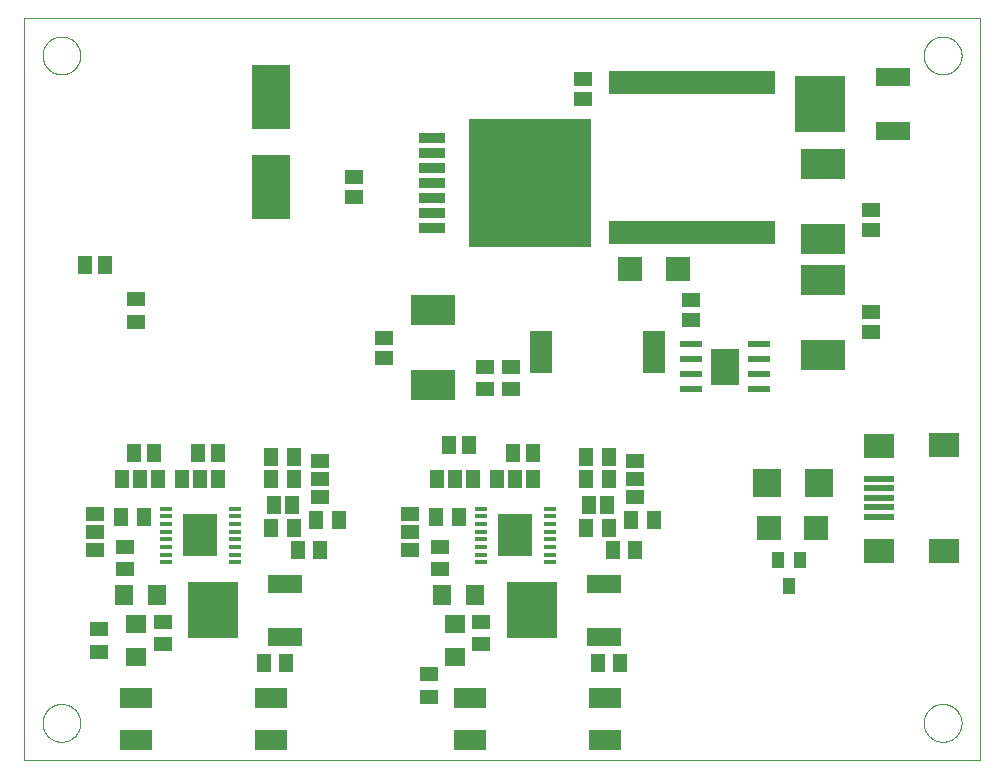
<source format=gtp>
G75*
%MOIN*%
%OFA0B0*%
%FSLAX25Y25*%
%IPPOS*%
%LPD*%
%AMOC8*
5,1,8,0,0,1.08239X$1,22.5*
%
%ADD10C,0.00000*%
%ADD11R,0.06299X0.07087*%
%ADD12R,0.05118X0.05906*%
%ADD13R,0.07087X0.06299*%
%ADD14R,0.05906X0.05118*%
%ADD15R,0.15000X0.10000*%
%ADD16R,0.12598X0.21654*%
%ADD17R,0.11000X0.07000*%
%ADD18R,0.11811X0.06299*%
%ADD19R,0.16500X0.19000*%
%ADD20R,0.07874X0.07874*%
%ADD21R,0.09449X0.09449*%
%ADD22R,0.03900X0.01200*%
%ADD23R,0.11575X0.14094*%
%ADD24R,0.40984X0.42520*%
%ADD25R,0.08504X0.03583*%
%ADD26R,0.07520X0.02402*%
%ADD27R,0.09488X0.12205*%
%ADD28C,0.00073*%
%ADD29R,0.07283X0.14016*%
%ADD30R,0.03937X0.05512*%
%ADD31R,0.04600X0.06300*%
%ADD32R,0.06300X0.04600*%
%ADD33R,0.09843X0.07874*%
%ADD34R,0.09843X0.01969*%
D10*
X0077433Y0110435D02*
X0077433Y0357895D01*
X0396134Y0357895D01*
X0396134Y0110435D01*
X0077433Y0110435D01*
X0083634Y0122935D02*
X0083636Y0123093D01*
X0083642Y0123251D01*
X0083652Y0123409D01*
X0083666Y0123567D01*
X0083684Y0123724D01*
X0083705Y0123881D01*
X0083731Y0124037D01*
X0083761Y0124193D01*
X0083794Y0124348D01*
X0083832Y0124501D01*
X0083873Y0124654D01*
X0083918Y0124806D01*
X0083967Y0124957D01*
X0084020Y0125106D01*
X0084076Y0125254D01*
X0084136Y0125400D01*
X0084200Y0125545D01*
X0084268Y0125688D01*
X0084339Y0125830D01*
X0084413Y0125970D01*
X0084491Y0126107D01*
X0084573Y0126243D01*
X0084657Y0126377D01*
X0084746Y0126508D01*
X0084837Y0126637D01*
X0084932Y0126764D01*
X0085029Y0126889D01*
X0085130Y0127011D01*
X0085234Y0127130D01*
X0085341Y0127247D01*
X0085451Y0127361D01*
X0085564Y0127472D01*
X0085679Y0127581D01*
X0085797Y0127686D01*
X0085918Y0127788D01*
X0086041Y0127888D01*
X0086167Y0127984D01*
X0086295Y0128077D01*
X0086425Y0128167D01*
X0086558Y0128253D01*
X0086693Y0128337D01*
X0086829Y0128416D01*
X0086968Y0128493D01*
X0087109Y0128565D01*
X0087251Y0128635D01*
X0087395Y0128700D01*
X0087541Y0128762D01*
X0087688Y0128820D01*
X0087837Y0128875D01*
X0087987Y0128926D01*
X0088138Y0128973D01*
X0088290Y0129016D01*
X0088443Y0129055D01*
X0088598Y0129091D01*
X0088753Y0129122D01*
X0088909Y0129150D01*
X0089065Y0129174D01*
X0089222Y0129194D01*
X0089380Y0129210D01*
X0089537Y0129222D01*
X0089696Y0129230D01*
X0089854Y0129234D01*
X0090012Y0129234D01*
X0090170Y0129230D01*
X0090329Y0129222D01*
X0090486Y0129210D01*
X0090644Y0129194D01*
X0090801Y0129174D01*
X0090957Y0129150D01*
X0091113Y0129122D01*
X0091268Y0129091D01*
X0091423Y0129055D01*
X0091576Y0129016D01*
X0091728Y0128973D01*
X0091879Y0128926D01*
X0092029Y0128875D01*
X0092178Y0128820D01*
X0092325Y0128762D01*
X0092471Y0128700D01*
X0092615Y0128635D01*
X0092757Y0128565D01*
X0092898Y0128493D01*
X0093037Y0128416D01*
X0093173Y0128337D01*
X0093308Y0128253D01*
X0093441Y0128167D01*
X0093571Y0128077D01*
X0093699Y0127984D01*
X0093825Y0127888D01*
X0093948Y0127788D01*
X0094069Y0127686D01*
X0094187Y0127581D01*
X0094302Y0127472D01*
X0094415Y0127361D01*
X0094525Y0127247D01*
X0094632Y0127130D01*
X0094736Y0127011D01*
X0094837Y0126889D01*
X0094934Y0126764D01*
X0095029Y0126637D01*
X0095120Y0126508D01*
X0095209Y0126377D01*
X0095293Y0126243D01*
X0095375Y0126107D01*
X0095453Y0125970D01*
X0095527Y0125830D01*
X0095598Y0125688D01*
X0095666Y0125545D01*
X0095730Y0125400D01*
X0095790Y0125254D01*
X0095846Y0125106D01*
X0095899Y0124957D01*
X0095948Y0124806D01*
X0095993Y0124654D01*
X0096034Y0124501D01*
X0096072Y0124348D01*
X0096105Y0124193D01*
X0096135Y0124037D01*
X0096161Y0123881D01*
X0096182Y0123724D01*
X0096200Y0123567D01*
X0096214Y0123409D01*
X0096224Y0123251D01*
X0096230Y0123093D01*
X0096232Y0122935D01*
X0096230Y0122777D01*
X0096224Y0122619D01*
X0096214Y0122461D01*
X0096200Y0122303D01*
X0096182Y0122146D01*
X0096161Y0121989D01*
X0096135Y0121833D01*
X0096105Y0121677D01*
X0096072Y0121522D01*
X0096034Y0121369D01*
X0095993Y0121216D01*
X0095948Y0121064D01*
X0095899Y0120913D01*
X0095846Y0120764D01*
X0095790Y0120616D01*
X0095730Y0120470D01*
X0095666Y0120325D01*
X0095598Y0120182D01*
X0095527Y0120040D01*
X0095453Y0119900D01*
X0095375Y0119763D01*
X0095293Y0119627D01*
X0095209Y0119493D01*
X0095120Y0119362D01*
X0095029Y0119233D01*
X0094934Y0119106D01*
X0094837Y0118981D01*
X0094736Y0118859D01*
X0094632Y0118740D01*
X0094525Y0118623D01*
X0094415Y0118509D01*
X0094302Y0118398D01*
X0094187Y0118289D01*
X0094069Y0118184D01*
X0093948Y0118082D01*
X0093825Y0117982D01*
X0093699Y0117886D01*
X0093571Y0117793D01*
X0093441Y0117703D01*
X0093308Y0117617D01*
X0093173Y0117533D01*
X0093037Y0117454D01*
X0092898Y0117377D01*
X0092757Y0117305D01*
X0092615Y0117235D01*
X0092471Y0117170D01*
X0092325Y0117108D01*
X0092178Y0117050D01*
X0092029Y0116995D01*
X0091879Y0116944D01*
X0091728Y0116897D01*
X0091576Y0116854D01*
X0091423Y0116815D01*
X0091268Y0116779D01*
X0091113Y0116748D01*
X0090957Y0116720D01*
X0090801Y0116696D01*
X0090644Y0116676D01*
X0090486Y0116660D01*
X0090329Y0116648D01*
X0090170Y0116640D01*
X0090012Y0116636D01*
X0089854Y0116636D01*
X0089696Y0116640D01*
X0089537Y0116648D01*
X0089380Y0116660D01*
X0089222Y0116676D01*
X0089065Y0116696D01*
X0088909Y0116720D01*
X0088753Y0116748D01*
X0088598Y0116779D01*
X0088443Y0116815D01*
X0088290Y0116854D01*
X0088138Y0116897D01*
X0087987Y0116944D01*
X0087837Y0116995D01*
X0087688Y0117050D01*
X0087541Y0117108D01*
X0087395Y0117170D01*
X0087251Y0117235D01*
X0087109Y0117305D01*
X0086968Y0117377D01*
X0086829Y0117454D01*
X0086693Y0117533D01*
X0086558Y0117617D01*
X0086425Y0117703D01*
X0086295Y0117793D01*
X0086167Y0117886D01*
X0086041Y0117982D01*
X0085918Y0118082D01*
X0085797Y0118184D01*
X0085679Y0118289D01*
X0085564Y0118398D01*
X0085451Y0118509D01*
X0085341Y0118623D01*
X0085234Y0118740D01*
X0085130Y0118859D01*
X0085029Y0118981D01*
X0084932Y0119106D01*
X0084837Y0119233D01*
X0084746Y0119362D01*
X0084657Y0119493D01*
X0084573Y0119627D01*
X0084491Y0119763D01*
X0084413Y0119900D01*
X0084339Y0120040D01*
X0084268Y0120182D01*
X0084200Y0120325D01*
X0084136Y0120470D01*
X0084076Y0120616D01*
X0084020Y0120764D01*
X0083967Y0120913D01*
X0083918Y0121064D01*
X0083873Y0121216D01*
X0083832Y0121369D01*
X0083794Y0121522D01*
X0083761Y0121677D01*
X0083731Y0121833D01*
X0083705Y0121989D01*
X0083684Y0122146D01*
X0083666Y0122303D01*
X0083652Y0122461D01*
X0083642Y0122619D01*
X0083636Y0122777D01*
X0083634Y0122935D01*
X0083634Y0345435D02*
X0083636Y0345593D01*
X0083642Y0345751D01*
X0083652Y0345909D01*
X0083666Y0346067D01*
X0083684Y0346224D01*
X0083705Y0346381D01*
X0083731Y0346537D01*
X0083761Y0346693D01*
X0083794Y0346848D01*
X0083832Y0347001D01*
X0083873Y0347154D01*
X0083918Y0347306D01*
X0083967Y0347457D01*
X0084020Y0347606D01*
X0084076Y0347754D01*
X0084136Y0347900D01*
X0084200Y0348045D01*
X0084268Y0348188D01*
X0084339Y0348330D01*
X0084413Y0348470D01*
X0084491Y0348607D01*
X0084573Y0348743D01*
X0084657Y0348877D01*
X0084746Y0349008D01*
X0084837Y0349137D01*
X0084932Y0349264D01*
X0085029Y0349389D01*
X0085130Y0349511D01*
X0085234Y0349630D01*
X0085341Y0349747D01*
X0085451Y0349861D01*
X0085564Y0349972D01*
X0085679Y0350081D01*
X0085797Y0350186D01*
X0085918Y0350288D01*
X0086041Y0350388D01*
X0086167Y0350484D01*
X0086295Y0350577D01*
X0086425Y0350667D01*
X0086558Y0350753D01*
X0086693Y0350837D01*
X0086829Y0350916D01*
X0086968Y0350993D01*
X0087109Y0351065D01*
X0087251Y0351135D01*
X0087395Y0351200D01*
X0087541Y0351262D01*
X0087688Y0351320D01*
X0087837Y0351375D01*
X0087987Y0351426D01*
X0088138Y0351473D01*
X0088290Y0351516D01*
X0088443Y0351555D01*
X0088598Y0351591D01*
X0088753Y0351622D01*
X0088909Y0351650D01*
X0089065Y0351674D01*
X0089222Y0351694D01*
X0089380Y0351710D01*
X0089537Y0351722D01*
X0089696Y0351730D01*
X0089854Y0351734D01*
X0090012Y0351734D01*
X0090170Y0351730D01*
X0090329Y0351722D01*
X0090486Y0351710D01*
X0090644Y0351694D01*
X0090801Y0351674D01*
X0090957Y0351650D01*
X0091113Y0351622D01*
X0091268Y0351591D01*
X0091423Y0351555D01*
X0091576Y0351516D01*
X0091728Y0351473D01*
X0091879Y0351426D01*
X0092029Y0351375D01*
X0092178Y0351320D01*
X0092325Y0351262D01*
X0092471Y0351200D01*
X0092615Y0351135D01*
X0092757Y0351065D01*
X0092898Y0350993D01*
X0093037Y0350916D01*
X0093173Y0350837D01*
X0093308Y0350753D01*
X0093441Y0350667D01*
X0093571Y0350577D01*
X0093699Y0350484D01*
X0093825Y0350388D01*
X0093948Y0350288D01*
X0094069Y0350186D01*
X0094187Y0350081D01*
X0094302Y0349972D01*
X0094415Y0349861D01*
X0094525Y0349747D01*
X0094632Y0349630D01*
X0094736Y0349511D01*
X0094837Y0349389D01*
X0094934Y0349264D01*
X0095029Y0349137D01*
X0095120Y0349008D01*
X0095209Y0348877D01*
X0095293Y0348743D01*
X0095375Y0348607D01*
X0095453Y0348470D01*
X0095527Y0348330D01*
X0095598Y0348188D01*
X0095666Y0348045D01*
X0095730Y0347900D01*
X0095790Y0347754D01*
X0095846Y0347606D01*
X0095899Y0347457D01*
X0095948Y0347306D01*
X0095993Y0347154D01*
X0096034Y0347001D01*
X0096072Y0346848D01*
X0096105Y0346693D01*
X0096135Y0346537D01*
X0096161Y0346381D01*
X0096182Y0346224D01*
X0096200Y0346067D01*
X0096214Y0345909D01*
X0096224Y0345751D01*
X0096230Y0345593D01*
X0096232Y0345435D01*
X0096230Y0345277D01*
X0096224Y0345119D01*
X0096214Y0344961D01*
X0096200Y0344803D01*
X0096182Y0344646D01*
X0096161Y0344489D01*
X0096135Y0344333D01*
X0096105Y0344177D01*
X0096072Y0344022D01*
X0096034Y0343869D01*
X0095993Y0343716D01*
X0095948Y0343564D01*
X0095899Y0343413D01*
X0095846Y0343264D01*
X0095790Y0343116D01*
X0095730Y0342970D01*
X0095666Y0342825D01*
X0095598Y0342682D01*
X0095527Y0342540D01*
X0095453Y0342400D01*
X0095375Y0342263D01*
X0095293Y0342127D01*
X0095209Y0341993D01*
X0095120Y0341862D01*
X0095029Y0341733D01*
X0094934Y0341606D01*
X0094837Y0341481D01*
X0094736Y0341359D01*
X0094632Y0341240D01*
X0094525Y0341123D01*
X0094415Y0341009D01*
X0094302Y0340898D01*
X0094187Y0340789D01*
X0094069Y0340684D01*
X0093948Y0340582D01*
X0093825Y0340482D01*
X0093699Y0340386D01*
X0093571Y0340293D01*
X0093441Y0340203D01*
X0093308Y0340117D01*
X0093173Y0340033D01*
X0093037Y0339954D01*
X0092898Y0339877D01*
X0092757Y0339805D01*
X0092615Y0339735D01*
X0092471Y0339670D01*
X0092325Y0339608D01*
X0092178Y0339550D01*
X0092029Y0339495D01*
X0091879Y0339444D01*
X0091728Y0339397D01*
X0091576Y0339354D01*
X0091423Y0339315D01*
X0091268Y0339279D01*
X0091113Y0339248D01*
X0090957Y0339220D01*
X0090801Y0339196D01*
X0090644Y0339176D01*
X0090486Y0339160D01*
X0090329Y0339148D01*
X0090170Y0339140D01*
X0090012Y0339136D01*
X0089854Y0339136D01*
X0089696Y0339140D01*
X0089537Y0339148D01*
X0089380Y0339160D01*
X0089222Y0339176D01*
X0089065Y0339196D01*
X0088909Y0339220D01*
X0088753Y0339248D01*
X0088598Y0339279D01*
X0088443Y0339315D01*
X0088290Y0339354D01*
X0088138Y0339397D01*
X0087987Y0339444D01*
X0087837Y0339495D01*
X0087688Y0339550D01*
X0087541Y0339608D01*
X0087395Y0339670D01*
X0087251Y0339735D01*
X0087109Y0339805D01*
X0086968Y0339877D01*
X0086829Y0339954D01*
X0086693Y0340033D01*
X0086558Y0340117D01*
X0086425Y0340203D01*
X0086295Y0340293D01*
X0086167Y0340386D01*
X0086041Y0340482D01*
X0085918Y0340582D01*
X0085797Y0340684D01*
X0085679Y0340789D01*
X0085564Y0340898D01*
X0085451Y0341009D01*
X0085341Y0341123D01*
X0085234Y0341240D01*
X0085130Y0341359D01*
X0085029Y0341481D01*
X0084932Y0341606D01*
X0084837Y0341733D01*
X0084746Y0341862D01*
X0084657Y0341993D01*
X0084573Y0342127D01*
X0084491Y0342263D01*
X0084413Y0342400D01*
X0084339Y0342540D01*
X0084268Y0342682D01*
X0084200Y0342825D01*
X0084136Y0342970D01*
X0084076Y0343116D01*
X0084020Y0343264D01*
X0083967Y0343413D01*
X0083918Y0343564D01*
X0083873Y0343716D01*
X0083832Y0343869D01*
X0083794Y0344022D01*
X0083761Y0344177D01*
X0083731Y0344333D01*
X0083705Y0344489D01*
X0083684Y0344646D01*
X0083666Y0344803D01*
X0083652Y0344961D01*
X0083642Y0345119D01*
X0083636Y0345277D01*
X0083634Y0345435D01*
X0377384Y0345435D02*
X0377386Y0345593D01*
X0377392Y0345751D01*
X0377402Y0345909D01*
X0377416Y0346067D01*
X0377434Y0346224D01*
X0377455Y0346381D01*
X0377481Y0346537D01*
X0377511Y0346693D01*
X0377544Y0346848D01*
X0377582Y0347001D01*
X0377623Y0347154D01*
X0377668Y0347306D01*
X0377717Y0347457D01*
X0377770Y0347606D01*
X0377826Y0347754D01*
X0377886Y0347900D01*
X0377950Y0348045D01*
X0378018Y0348188D01*
X0378089Y0348330D01*
X0378163Y0348470D01*
X0378241Y0348607D01*
X0378323Y0348743D01*
X0378407Y0348877D01*
X0378496Y0349008D01*
X0378587Y0349137D01*
X0378682Y0349264D01*
X0378779Y0349389D01*
X0378880Y0349511D01*
X0378984Y0349630D01*
X0379091Y0349747D01*
X0379201Y0349861D01*
X0379314Y0349972D01*
X0379429Y0350081D01*
X0379547Y0350186D01*
X0379668Y0350288D01*
X0379791Y0350388D01*
X0379917Y0350484D01*
X0380045Y0350577D01*
X0380175Y0350667D01*
X0380308Y0350753D01*
X0380443Y0350837D01*
X0380579Y0350916D01*
X0380718Y0350993D01*
X0380859Y0351065D01*
X0381001Y0351135D01*
X0381145Y0351200D01*
X0381291Y0351262D01*
X0381438Y0351320D01*
X0381587Y0351375D01*
X0381737Y0351426D01*
X0381888Y0351473D01*
X0382040Y0351516D01*
X0382193Y0351555D01*
X0382348Y0351591D01*
X0382503Y0351622D01*
X0382659Y0351650D01*
X0382815Y0351674D01*
X0382972Y0351694D01*
X0383130Y0351710D01*
X0383287Y0351722D01*
X0383446Y0351730D01*
X0383604Y0351734D01*
X0383762Y0351734D01*
X0383920Y0351730D01*
X0384079Y0351722D01*
X0384236Y0351710D01*
X0384394Y0351694D01*
X0384551Y0351674D01*
X0384707Y0351650D01*
X0384863Y0351622D01*
X0385018Y0351591D01*
X0385173Y0351555D01*
X0385326Y0351516D01*
X0385478Y0351473D01*
X0385629Y0351426D01*
X0385779Y0351375D01*
X0385928Y0351320D01*
X0386075Y0351262D01*
X0386221Y0351200D01*
X0386365Y0351135D01*
X0386507Y0351065D01*
X0386648Y0350993D01*
X0386787Y0350916D01*
X0386923Y0350837D01*
X0387058Y0350753D01*
X0387191Y0350667D01*
X0387321Y0350577D01*
X0387449Y0350484D01*
X0387575Y0350388D01*
X0387698Y0350288D01*
X0387819Y0350186D01*
X0387937Y0350081D01*
X0388052Y0349972D01*
X0388165Y0349861D01*
X0388275Y0349747D01*
X0388382Y0349630D01*
X0388486Y0349511D01*
X0388587Y0349389D01*
X0388684Y0349264D01*
X0388779Y0349137D01*
X0388870Y0349008D01*
X0388959Y0348877D01*
X0389043Y0348743D01*
X0389125Y0348607D01*
X0389203Y0348470D01*
X0389277Y0348330D01*
X0389348Y0348188D01*
X0389416Y0348045D01*
X0389480Y0347900D01*
X0389540Y0347754D01*
X0389596Y0347606D01*
X0389649Y0347457D01*
X0389698Y0347306D01*
X0389743Y0347154D01*
X0389784Y0347001D01*
X0389822Y0346848D01*
X0389855Y0346693D01*
X0389885Y0346537D01*
X0389911Y0346381D01*
X0389932Y0346224D01*
X0389950Y0346067D01*
X0389964Y0345909D01*
X0389974Y0345751D01*
X0389980Y0345593D01*
X0389982Y0345435D01*
X0389980Y0345277D01*
X0389974Y0345119D01*
X0389964Y0344961D01*
X0389950Y0344803D01*
X0389932Y0344646D01*
X0389911Y0344489D01*
X0389885Y0344333D01*
X0389855Y0344177D01*
X0389822Y0344022D01*
X0389784Y0343869D01*
X0389743Y0343716D01*
X0389698Y0343564D01*
X0389649Y0343413D01*
X0389596Y0343264D01*
X0389540Y0343116D01*
X0389480Y0342970D01*
X0389416Y0342825D01*
X0389348Y0342682D01*
X0389277Y0342540D01*
X0389203Y0342400D01*
X0389125Y0342263D01*
X0389043Y0342127D01*
X0388959Y0341993D01*
X0388870Y0341862D01*
X0388779Y0341733D01*
X0388684Y0341606D01*
X0388587Y0341481D01*
X0388486Y0341359D01*
X0388382Y0341240D01*
X0388275Y0341123D01*
X0388165Y0341009D01*
X0388052Y0340898D01*
X0387937Y0340789D01*
X0387819Y0340684D01*
X0387698Y0340582D01*
X0387575Y0340482D01*
X0387449Y0340386D01*
X0387321Y0340293D01*
X0387191Y0340203D01*
X0387058Y0340117D01*
X0386923Y0340033D01*
X0386787Y0339954D01*
X0386648Y0339877D01*
X0386507Y0339805D01*
X0386365Y0339735D01*
X0386221Y0339670D01*
X0386075Y0339608D01*
X0385928Y0339550D01*
X0385779Y0339495D01*
X0385629Y0339444D01*
X0385478Y0339397D01*
X0385326Y0339354D01*
X0385173Y0339315D01*
X0385018Y0339279D01*
X0384863Y0339248D01*
X0384707Y0339220D01*
X0384551Y0339196D01*
X0384394Y0339176D01*
X0384236Y0339160D01*
X0384079Y0339148D01*
X0383920Y0339140D01*
X0383762Y0339136D01*
X0383604Y0339136D01*
X0383446Y0339140D01*
X0383287Y0339148D01*
X0383130Y0339160D01*
X0382972Y0339176D01*
X0382815Y0339196D01*
X0382659Y0339220D01*
X0382503Y0339248D01*
X0382348Y0339279D01*
X0382193Y0339315D01*
X0382040Y0339354D01*
X0381888Y0339397D01*
X0381737Y0339444D01*
X0381587Y0339495D01*
X0381438Y0339550D01*
X0381291Y0339608D01*
X0381145Y0339670D01*
X0381001Y0339735D01*
X0380859Y0339805D01*
X0380718Y0339877D01*
X0380579Y0339954D01*
X0380443Y0340033D01*
X0380308Y0340117D01*
X0380175Y0340203D01*
X0380045Y0340293D01*
X0379917Y0340386D01*
X0379791Y0340482D01*
X0379668Y0340582D01*
X0379547Y0340684D01*
X0379429Y0340789D01*
X0379314Y0340898D01*
X0379201Y0341009D01*
X0379091Y0341123D01*
X0378984Y0341240D01*
X0378880Y0341359D01*
X0378779Y0341481D01*
X0378682Y0341606D01*
X0378587Y0341733D01*
X0378496Y0341862D01*
X0378407Y0341993D01*
X0378323Y0342127D01*
X0378241Y0342263D01*
X0378163Y0342400D01*
X0378089Y0342540D01*
X0378018Y0342682D01*
X0377950Y0342825D01*
X0377886Y0342970D01*
X0377826Y0343116D01*
X0377770Y0343264D01*
X0377717Y0343413D01*
X0377668Y0343564D01*
X0377623Y0343716D01*
X0377582Y0343869D01*
X0377544Y0344022D01*
X0377511Y0344177D01*
X0377481Y0344333D01*
X0377455Y0344489D01*
X0377434Y0344646D01*
X0377416Y0344803D01*
X0377402Y0344961D01*
X0377392Y0345119D01*
X0377386Y0345277D01*
X0377384Y0345435D01*
X0377384Y0122935D02*
X0377386Y0123093D01*
X0377392Y0123251D01*
X0377402Y0123409D01*
X0377416Y0123567D01*
X0377434Y0123724D01*
X0377455Y0123881D01*
X0377481Y0124037D01*
X0377511Y0124193D01*
X0377544Y0124348D01*
X0377582Y0124501D01*
X0377623Y0124654D01*
X0377668Y0124806D01*
X0377717Y0124957D01*
X0377770Y0125106D01*
X0377826Y0125254D01*
X0377886Y0125400D01*
X0377950Y0125545D01*
X0378018Y0125688D01*
X0378089Y0125830D01*
X0378163Y0125970D01*
X0378241Y0126107D01*
X0378323Y0126243D01*
X0378407Y0126377D01*
X0378496Y0126508D01*
X0378587Y0126637D01*
X0378682Y0126764D01*
X0378779Y0126889D01*
X0378880Y0127011D01*
X0378984Y0127130D01*
X0379091Y0127247D01*
X0379201Y0127361D01*
X0379314Y0127472D01*
X0379429Y0127581D01*
X0379547Y0127686D01*
X0379668Y0127788D01*
X0379791Y0127888D01*
X0379917Y0127984D01*
X0380045Y0128077D01*
X0380175Y0128167D01*
X0380308Y0128253D01*
X0380443Y0128337D01*
X0380579Y0128416D01*
X0380718Y0128493D01*
X0380859Y0128565D01*
X0381001Y0128635D01*
X0381145Y0128700D01*
X0381291Y0128762D01*
X0381438Y0128820D01*
X0381587Y0128875D01*
X0381737Y0128926D01*
X0381888Y0128973D01*
X0382040Y0129016D01*
X0382193Y0129055D01*
X0382348Y0129091D01*
X0382503Y0129122D01*
X0382659Y0129150D01*
X0382815Y0129174D01*
X0382972Y0129194D01*
X0383130Y0129210D01*
X0383287Y0129222D01*
X0383446Y0129230D01*
X0383604Y0129234D01*
X0383762Y0129234D01*
X0383920Y0129230D01*
X0384079Y0129222D01*
X0384236Y0129210D01*
X0384394Y0129194D01*
X0384551Y0129174D01*
X0384707Y0129150D01*
X0384863Y0129122D01*
X0385018Y0129091D01*
X0385173Y0129055D01*
X0385326Y0129016D01*
X0385478Y0128973D01*
X0385629Y0128926D01*
X0385779Y0128875D01*
X0385928Y0128820D01*
X0386075Y0128762D01*
X0386221Y0128700D01*
X0386365Y0128635D01*
X0386507Y0128565D01*
X0386648Y0128493D01*
X0386787Y0128416D01*
X0386923Y0128337D01*
X0387058Y0128253D01*
X0387191Y0128167D01*
X0387321Y0128077D01*
X0387449Y0127984D01*
X0387575Y0127888D01*
X0387698Y0127788D01*
X0387819Y0127686D01*
X0387937Y0127581D01*
X0388052Y0127472D01*
X0388165Y0127361D01*
X0388275Y0127247D01*
X0388382Y0127130D01*
X0388486Y0127011D01*
X0388587Y0126889D01*
X0388684Y0126764D01*
X0388779Y0126637D01*
X0388870Y0126508D01*
X0388959Y0126377D01*
X0389043Y0126243D01*
X0389125Y0126107D01*
X0389203Y0125970D01*
X0389277Y0125830D01*
X0389348Y0125688D01*
X0389416Y0125545D01*
X0389480Y0125400D01*
X0389540Y0125254D01*
X0389596Y0125106D01*
X0389649Y0124957D01*
X0389698Y0124806D01*
X0389743Y0124654D01*
X0389784Y0124501D01*
X0389822Y0124348D01*
X0389855Y0124193D01*
X0389885Y0124037D01*
X0389911Y0123881D01*
X0389932Y0123724D01*
X0389950Y0123567D01*
X0389964Y0123409D01*
X0389974Y0123251D01*
X0389980Y0123093D01*
X0389982Y0122935D01*
X0389980Y0122777D01*
X0389974Y0122619D01*
X0389964Y0122461D01*
X0389950Y0122303D01*
X0389932Y0122146D01*
X0389911Y0121989D01*
X0389885Y0121833D01*
X0389855Y0121677D01*
X0389822Y0121522D01*
X0389784Y0121369D01*
X0389743Y0121216D01*
X0389698Y0121064D01*
X0389649Y0120913D01*
X0389596Y0120764D01*
X0389540Y0120616D01*
X0389480Y0120470D01*
X0389416Y0120325D01*
X0389348Y0120182D01*
X0389277Y0120040D01*
X0389203Y0119900D01*
X0389125Y0119763D01*
X0389043Y0119627D01*
X0388959Y0119493D01*
X0388870Y0119362D01*
X0388779Y0119233D01*
X0388684Y0119106D01*
X0388587Y0118981D01*
X0388486Y0118859D01*
X0388382Y0118740D01*
X0388275Y0118623D01*
X0388165Y0118509D01*
X0388052Y0118398D01*
X0387937Y0118289D01*
X0387819Y0118184D01*
X0387698Y0118082D01*
X0387575Y0117982D01*
X0387449Y0117886D01*
X0387321Y0117793D01*
X0387191Y0117703D01*
X0387058Y0117617D01*
X0386923Y0117533D01*
X0386787Y0117454D01*
X0386648Y0117377D01*
X0386507Y0117305D01*
X0386365Y0117235D01*
X0386221Y0117170D01*
X0386075Y0117108D01*
X0385928Y0117050D01*
X0385779Y0116995D01*
X0385629Y0116944D01*
X0385478Y0116897D01*
X0385326Y0116854D01*
X0385173Y0116815D01*
X0385018Y0116779D01*
X0384863Y0116748D01*
X0384707Y0116720D01*
X0384551Y0116696D01*
X0384394Y0116676D01*
X0384236Y0116660D01*
X0384079Y0116648D01*
X0383920Y0116640D01*
X0383762Y0116636D01*
X0383604Y0116636D01*
X0383446Y0116640D01*
X0383287Y0116648D01*
X0383130Y0116660D01*
X0382972Y0116676D01*
X0382815Y0116696D01*
X0382659Y0116720D01*
X0382503Y0116748D01*
X0382348Y0116779D01*
X0382193Y0116815D01*
X0382040Y0116854D01*
X0381888Y0116897D01*
X0381737Y0116944D01*
X0381587Y0116995D01*
X0381438Y0117050D01*
X0381291Y0117108D01*
X0381145Y0117170D01*
X0381001Y0117235D01*
X0380859Y0117305D01*
X0380718Y0117377D01*
X0380579Y0117454D01*
X0380443Y0117533D01*
X0380308Y0117617D01*
X0380175Y0117703D01*
X0380045Y0117793D01*
X0379917Y0117886D01*
X0379791Y0117982D01*
X0379668Y0118082D01*
X0379547Y0118184D01*
X0379429Y0118289D01*
X0379314Y0118398D01*
X0379201Y0118509D01*
X0379091Y0118623D01*
X0378984Y0118740D01*
X0378880Y0118859D01*
X0378779Y0118981D01*
X0378682Y0119106D01*
X0378587Y0119233D01*
X0378496Y0119362D01*
X0378407Y0119493D01*
X0378323Y0119627D01*
X0378241Y0119763D01*
X0378163Y0119900D01*
X0378089Y0120040D01*
X0378018Y0120182D01*
X0377950Y0120325D01*
X0377886Y0120470D01*
X0377826Y0120616D01*
X0377770Y0120764D01*
X0377717Y0120913D01*
X0377668Y0121064D01*
X0377623Y0121216D01*
X0377582Y0121369D01*
X0377544Y0121522D01*
X0377511Y0121677D01*
X0377481Y0121833D01*
X0377455Y0121989D01*
X0377434Y0122146D01*
X0377416Y0122303D01*
X0377402Y0122461D01*
X0377392Y0122619D01*
X0377386Y0122777D01*
X0377384Y0122935D01*
D11*
X0227945Y0165435D03*
X0216922Y0165435D03*
X0121695Y0165435D03*
X0110672Y0165435D03*
D12*
X0109943Y0191685D03*
X0117423Y0191685D03*
X0114087Y0212935D03*
X0120780Y0212935D03*
X0135337Y0212935D03*
X0142030Y0212935D03*
X0159943Y0211685D03*
X0167423Y0211685D03*
X0167423Y0204185D03*
X0159943Y0204185D03*
X0159943Y0187935D03*
X0167423Y0187935D03*
X0174943Y0190435D03*
X0182423Y0190435D03*
X0176173Y0180435D03*
X0168693Y0180435D03*
X0164923Y0142935D03*
X0157443Y0142935D03*
X0214943Y0191685D03*
X0222423Y0191685D03*
X0219087Y0215435D03*
X0225780Y0215435D03*
X0240337Y0212935D03*
X0247030Y0212935D03*
X0264943Y0211685D03*
X0272423Y0211685D03*
X0272423Y0204185D03*
X0264943Y0204185D03*
X0264943Y0187935D03*
X0272423Y0187935D03*
X0273693Y0180435D03*
X0281173Y0180435D03*
X0279943Y0190435D03*
X0287423Y0190435D03*
X0276173Y0142935D03*
X0268693Y0142935D03*
X0104530Y0275435D03*
X0097837Y0275435D03*
D13*
X0114933Y0155946D03*
X0114933Y0144923D03*
X0221183Y0144923D03*
X0221183Y0155946D03*
D14*
X0229933Y0156675D03*
X0229933Y0149194D03*
X0212433Y0139175D03*
X0212433Y0131694D03*
X0216183Y0174194D03*
X0216183Y0181675D03*
X0231183Y0234194D03*
X0231183Y0241675D03*
X0239933Y0241675D03*
X0239933Y0234194D03*
X0197433Y0244588D03*
X0197433Y0251281D03*
X0187433Y0298338D03*
X0187433Y0305031D03*
X0263683Y0330838D03*
X0263683Y0337531D03*
X0299933Y0263781D03*
X0299933Y0257088D03*
X0359933Y0260031D03*
X0359933Y0253338D03*
X0359933Y0287088D03*
X0359933Y0293781D03*
X0123683Y0156675D03*
X0123683Y0149194D03*
X0102433Y0146694D03*
X0102433Y0154175D03*
X0111183Y0174194D03*
X0111183Y0181675D03*
X0114933Y0256694D03*
X0114933Y0264175D03*
D15*
X0213683Y0260435D03*
X0213683Y0235435D03*
X0343683Y0245435D03*
X0343683Y0270435D03*
X0343683Y0284185D03*
X0343683Y0309185D03*
D16*
X0159933Y0301685D03*
X0159933Y0331685D03*
D17*
X0159933Y0131185D03*
X0159933Y0117185D03*
X0114933Y0117185D03*
X0114933Y0131185D03*
X0226183Y0131185D03*
X0226183Y0117185D03*
X0271183Y0117185D03*
X0271183Y0131185D03*
D18*
X0270839Y0151458D03*
X0270839Y0169411D03*
X0164589Y0169411D03*
X0164589Y0151458D03*
X0367089Y0320208D03*
X0367089Y0338161D03*
D19*
X0342931Y0329185D03*
X0246681Y0160435D03*
X0140431Y0160435D03*
D20*
X0279559Y0274185D03*
X0295307Y0274185D03*
X0325809Y0187935D03*
X0341557Y0187935D03*
D21*
X0342345Y0202935D03*
X0325022Y0202935D03*
D22*
X0252671Y0194391D03*
X0252671Y0191832D03*
X0252671Y0189273D03*
X0252671Y0186714D03*
X0252671Y0184155D03*
X0252671Y0181596D03*
X0252671Y0179037D03*
X0252671Y0176478D03*
X0229696Y0176478D03*
X0229696Y0179037D03*
X0229696Y0181596D03*
X0229696Y0184155D03*
X0229696Y0186714D03*
X0229696Y0189273D03*
X0229696Y0191832D03*
X0229696Y0194391D03*
X0147671Y0194391D03*
X0147671Y0191832D03*
X0147671Y0189273D03*
X0147671Y0186714D03*
X0147671Y0184155D03*
X0147671Y0181596D03*
X0147671Y0179037D03*
X0147671Y0176478D03*
X0124696Y0176478D03*
X0124696Y0179037D03*
X0124696Y0181596D03*
X0124696Y0184155D03*
X0124696Y0186714D03*
X0124696Y0189273D03*
X0124696Y0191832D03*
X0124696Y0194391D03*
D23*
X0136183Y0185435D03*
X0241183Y0185435D03*
D24*
X0246183Y0302935D03*
D25*
X0213427Y0302935D03*
X0213427Y0307935D03*
X0213427Y0312935D03*
X0213427Y0317935D03*
X0213427Y0297935D03*
X0213427Y0292935D03*
X0213427Y0287935D03*
D26*
X0299933Y0249185D03*
X0299933Y0244185D03*
X0299933Y0239185D03*
X0299933Y0234185D03*
X0322433Y0234185D03*
X0322433Y0239185D03*
X0322433Y0244185D03*
X0322433Y0249185D03*
D27*
X0311183Y0241685D03*
D28*
X0327456Y0283060D02*
X0327456Y0290310D01*
X0327456Y0283060D02*
X0272410Y0283060D01*
X0272410Y0290310D01*
X0327456Y0290310D01*
X0327456Y0283132D02*
X0272410Y0283132D01*
X0272410Y0283204D02*
X0327456Y0283204D01*
X0327456Y0283276D02*
X0272410Y0283276D01*
X0272410Y0283348D02*
X0327456Y0283348D01*
X0327456Y0283420D02*
X0272410Y0283420D01*
X0272410Y0283492D02*
X0327456Y0283492D01*
X0327456Y0283564D02*
X0272410Y0283564D01*
X0272410Y0283636D02*
X0327456Y0283636D01*
X0327456Y0283708D02*
X0272410Y0283708D01*
X0272410Y0283780D02*
X0327456Y0283780D01*
X0327456Y0283852D02*
X0272410Y0283852D01*
X0272410Y0283924D02*
X0327456Y0283924D01*
X0327456Y0283996D02*
X0272410Y0283996D01*
X0272410Y0284068D02*
X0327456Y0284068D01*
X0327456Y0284140D02*
X0272410Y0284140D01*
X0272410Y0284212D02*
X0327456Y0284212D01*
X0327456Y0284284D02*
X0272410Y0284284D01*
X0272410Y0284356D02*
X0327456Y0284356D01*
X0327456Y0284428D02*
X0272410Y0284428D01*
X0272410Y0284500D02*
X0327456Y0284500D01*
X0327456Y0284572D02*
X0272410Y0284572D01*
X0272410Y0284644D02*
X0327456Y0284644D01*
X0327456Y0284716D02*
X0272410Y0284716D01*
X0272410Y0284788D02*
X0327456Y0284788D01*
X0327456Y0284860D02*
X0272410Y0284860D01*
X0272410Y0284932D02*
X0327456Y0284932D01*
X0327456Y0285004D02*
X0272410Y0285004D01*
X0272410Y0285076D02*
X0327456Y0285076D01*
X0327456Y0285148D02*
X0272410Y0285148D01*
X0272410Y0285220D02*
X0327456Y0285220D01*
X0327456Y0285292D02*
X0272410Y0285292D01*
X0272410Y0285364D02*
X0327456Y0285364D01*
X0327456Y0285436D02*
X0272410Y0285436D01*
X0272410Y0285508D02*
X0327456Y0285508D01*
X0327456Y0285580D02*
X0272410Y0285580D01*
X0272410Y0285652D02*
X0327456Y0285652D01*
X0327456Y0285724D02*
X0272410Y0285724D01*
X0272410Y0285796D02*
X0327456Y0285796D01*
X0327456Y0285868D02*
X0272410Y0285868D01*
X0272410Y0285940D02*
X0327456Y0285940D01*
X0327456Y0286012D02*
X0272410Y0286012D01*
X0272410Y0286084D02*
X0327456Y0286084D01*
X0327456Y0286156D02*
X0272410Y0286156D01*
X0272410Y0286228D02*
X0327456Y0286228D01*
X0327456Y0286300D02*
X0272410Y0286300D01*
X0272410Y0286372D02*
X0327456Y0286372D01*
X0327456Y0286444D02*
X0272410Y0286444D01*
X0272410Y0286516D02*
X0327456Y0286516D01*
X0327456Y0286588D02*
X0272410Y0286588D01*
X0272410Y0286660D02*
X0327456Y0286660D01*
X0327456Y0286732D02*
X0272410Y0286732D01*
X0272410Y0286804D02*
X0327456Y0286804D01*
X0327456Y0286876D02*
X0272410Y0286876D01*
X0272410Y0286948D02*
X0327456Y0286948D01*
X0327456Y0287020D02*
X0272410Y0287020D01*
X0272410Y0287092D02*
X0327456Y0287092D01*
X0327456Y0287164D02*
X0272410Y0287164D01*
X0272410Y0287236D02*
X0327456Y0287236D01*
X0327456Y0287308D02*
X0272410Y0287308D01*
X0272410Y0287380D02*
X0327456Y0287380D01*
X0327456Y0287452D02*
X0272410Y0287452D01*
X0272410Y0287524D02*
X0327456Y0287524D01*
X0327456Y0287596D02*
X0272410Y0287596D01*
X0272410Y0287668D02*
X0327456Y0287668D01*
X0327456Y0287740D02*
X0272410Y0287740D01*
X0272410Y0287812D02*
X0327456Y0287812D01*
X0327456Y0287884D02*
X0272410Y0287884D01*
X0272410Y0287956D02*
X0327456Y0287956D01*
X0327456Y0288028D02*
X0272410Y0288028D01*
X0272410Y0288100D02*
X0327456Y0288100D01*
X0327456Y0288172D02*
X0272410Y0288172D01*
X0272410Y0288244D02*
X0327456Y0288244D01*
X0327456Y0288316D02*
X0272410Y0288316D01*
X0272410Y0288388D02*
X0327456Y0288388D01*
X0327456Y0288460D02*
X0272410Y0288460D01*
X0272410Y0288532D02*
X0327456Y0288532D01*
X0327456Y0288604D02*
X0272410Y0288604D01*
X0272410Y0288676D02*
X0327456Y0288676D01*
X0327456Y0288748D02*
X0272410Y0288748D01*
X0272410Y0288820D02*
X0327456Y0288820D01*
X0327456Y0288892D02*
X0272410Y0288892D01*
X0272410Y0288964D02*
X0327456Y0288964D01*
X0327456Y0289036D02*
X0272410Y0289036D01*
X0272410Y0289108D02*
X0327456Y0289108D01*
X0327456Y0289180D02*
X0272410Y0289180D01*
X0272410Y0289252D02*
X0327456Y0289252D01*
X0327456Y0289324D02*
X0272410Y0289324D01*
X0272410Y0289396D02*
X0327456Y0289396D01*
X0327456Y0289468D02*
X0272410Y0289468D01*
X0272410Y0289540D02*
X0327456Y0289540D01*
X0327456Y0289612D02*
X0272410Y0289612D01*
X0272410Y0289684D02*
X0327456Y0289684D01*
X0327456Y0289756D02*
X0272410Y0289756D01*
X0272410Y0289828D02*
X0327456Y0289828D01*
X0327456Y0289900D02*
X0272410Y0289900D01*
X0272410Y0289972D02*
X0327456Y0289972D01*
X0327456Y0290044D02*
X0272410Y0290044D01*
X0272410Y0290116D02*
X0327456Y0290116D01*
X0327456Y0290188D02*
X0272410Y0290188D01*
X0272410Y0290260D02*
X0327456Y0290260D01*
X0327456Y0333060D02*
X0327456Y0340310D01*
X0327456Y0333060D02*
X0272410Y0333060D01*
X0272410Y0340310D01*
X0327456Y0340310D01*
X0327456Y0333132D02*
X0272410Y0333132D01*
X0272410Y0333204D02*
X0327456Y0333204D01*
X0327456Y0333276D02*
X0272410Y0333276D01*
X0272410Y0333348D02*
X0327456Y0333348D01*
X0327456Y0333420D02*
X0272410Y0333420D01*
X0272410Y0333492D02*
X0327456Y0333492D01*
X0327456Y0333564D02*
X0272410Y0333564D01*
X0272410Y0333636D02*
X0327456Y0333636D01*
X0327456Y0333708D02*
X0272410Y0333708D01*
X0272410Y0333780D02*
X0327456Y0333780D01*
X0327456Y0333852D02*
X0272410Y0333852D01*
X0272410Y0333924D02*
X0327456Y0333924D01*
X0327456Y0333996D02*
X0272410Y0333996D01*
X0272410Y0334068D02*
X0327456Y0334068D01*
X0327456Y0334140D02*
X0272410Y0334140D01*
X0272410Y0334212D02*
X0327456Y0334212D01*
X0327456Y0334284D02*
X0272410Y0334284D01*
X0272410Y0334356D02*
X0327456Y0334356D01*
X0327456Y0334428D02*
X0272410Y0334428D01*
X0272410Y0334500D02*
X0327456Y0334500D01*
X0327456Y0334572D02*
X0272410Y0334572D01*
X0272410Y0334644D02*
X0327456Y0334644D01*
X0327456Y0334716D02*
X0272410Y0334716D01*
X0272410Y0334788D02*
X0327456Y0334788D01*
X0327456Y0334860D02*
X0272410Y0334860D01*
X0272410Y0334932D02*
X0327456Y0334932D01*
X0327456Y0335004D02*
X0272410Y0335004D01*
X0272410Y0335076D02*
X0327456Y0335076D01*
X0327456Y0335148D02*
X0272410Y0335148D01*
X0272410Y0335220D02*
X0327456Y0335220D01*
X0327456Y0335292D02*
X0272410Y0335292D01*
X0272410Y0335364D02*
X0327456Y0335364D01*
X0327456Y0335436D02*
X0272410Y0335436D01*
X0272410Y0335508D02*
X0327456Y0335508D01*
X0327456Y0335580D02*
X0272410Y0335580D01*
X0272410Y0335652D02*
X0327456Y0335652D01*
X0327456Y0335724D02*
X0272410Y0335724D01*
X0272410Y0335796D02*
X0327456Y0335796D01*
X0327456Y0335868D02*
X0272410Y0335868D01*
X0272410Y0335940D02*
X0327456Y0335940D01*
X0327456Y0336012D02*
X0272410Y0336012D01*
X0272410Y0336084D02*
X0327456Y0336084D01*
X0327456Y0336156D02*
X0272410Y0336156D01*
X0272410Y0336228D02*
X0327456Y0336228D01*
X0327456Y0336300D02*
X0272410Y0336300D01*
X0272410Y0336372D02*
X0327456Y0336372D01*
X0327456Y0336444D02*
X0272410Y0336444D01*
X0272410Y0336516D02*
X0327456Y0336516D01*
X0327456Y0336588D02*
X0272410Y0336588D01*
X0272410Y0336660D02*
X0327456Y0336660D01*
X0327456Y0336732D02*
X0272410Y0336732D01*
X0272410Y0336804D02*
X0327456Y0336804D01*
X0327456Y0336876D02*
X0272410Y0336876D01*
X0272410Y0336948D02*
X0327456Y0336948D01*
X0327456Y0337020D02*
X0272410Y0337020D01*
X0272410Y0337092D02*
X0327456Y0337092D01*
X0327456Y0337164D02*
X0272410Y0337164D01*
X0272410Y0337236D02*
X0327456Y0337236D01*
X0327456Y0337308D02*
X0272410Y0337308D01*
X0272410Y0337380D02*
X0327456Y0337380D01*
X0327456Y0337452D02*
X0272410Y0337452D01*
X0272410Y0337524D02*
X0327456Y0337524D01*
X0327456Y0337596D02*
X0272410Y0337596D01*
X0272410Y0337668D02*
X0327456Y0337668D01*
X0327456Y0337740D02*
X0272410Y0337740D01*
X0272410Y0337812D02*
X0327456Y0337812D01*
X0327456Y0337884D02*
X0272410Y0337884D01*
X0272410Y0337956D02*
X0327456Y0337956D01*
X0327456Y0338028D02*
X0272410Y0338028D01*
X0272410Y0338100D02*
X0327456Y0338100D01*
X0327456Y0338172D02*
X0272410Y0338172D01*
X0272410Y0338244D02*
X0327456Y0338244D01*
X0327456Y0338316D02*
X0272410Y0338316D01*
X0272410Y0338388D02*
X0327456Y0338388D01*
X0327456Y0338460D02*
X0272410Y0338460D01*
X0272410Y0338532D02*
X0327456Y0338532D01*
X0327456Y0338604D02*
X0272410Y0338604D01*
X0272410Y0338676D02*
X0327456Y0338676D01*
X0327456Y0338748D02*
X0272410Y0338748D01*
X0272410Y0338820D02*
X0327456Y0338820D01*
X0327456Y0338892D02*
X0272410Y0338892D01*
X0272410Y0338964D02*
X0327456Y0338964D01*
X0327456Y0339036D02*
X0272410Y0339036D01*
X0272410Y0339108D02*
X0327456Y0339108D01*
X0327456Y0339180D02*
X0272410Y0339180D01*
X0272410Y0339252D02*
X0327456Y0339252D01*
X0327456Y0339324D02*
X0272410Y0339324D01*
X0272410Y0339396D02*
X0327456Y0339396D01*
X0327456Y0339468D02*
X0272410Y0339468D01*
X0272410Y0339540D02*
X0327456Y0339540D01*
X0327456Y0339612D02*
X0272410Y0339612D01*
X0272410Y0339684D02*
X0327456Y0339684D01*
X0327456Y0339756D02*
X0272410Y0339756D01*
X0272410Y0339828D02*
X0327456Y0339828D01*
X0327456Y0339900D02*
X0272410Y0339900D01*
X0272410Y0339972D02*
X0327456Y0339972D01*
X0327456Y0340044D02*
X0272410Y0340044D01*
X0272410Y0340116D02*
X0327456Y0340116D01*
X0327456Y0340188D02*
X0272410Y0340188D01*
X0272410Y0340260D02*
X0327456Y0340260D01*
D29*
X0287433Y0246685D03*
X0249933Y0246685D03*
D30*
X0328693Y0177265D03*
X0336173Y0177265D03*
X0332433Y0168604D03*
D31*
X0271683Y0195435D03*
X0265683Y0195435D03*
X0247183Y0204185D03*
X0241183Y0204185D03*
X0235183Y0204185D03*
X0227183Y0204185D03*
X0221183Y0204185D03*
X0215183Y0204185D03*
X0166683Y0195435D03*
X0160683Y0195435D03*
X0142183Y0204185D03*
X0136183Y0204185D03*
X0130183Y0204185D03*
X0122183Y0204185D03*
X0116183Y0204185D03*
X0110183Y0204185D03*
D32*
X0101183Y0192685D03*
X0101183Y0186685D03*
X0101183Y0180685D03*
X0176183Y0198185D03*
X0176183Y0204185D03*
X0176183Y0210185D03*
X0206183Y0192685D03*
X0206183Y0186685D03*
X0206183Y0180685D03*
X0281183Y0198185D03*
X0281183Y0204185D03*
X0281183Y0210185D03*
D33*
X0362591Y0215257D03*
X0384244Y0215651D03*
X0384244Y0180218D03*
X0362591Y0180218D03*
D34*
X0362591Y0191635D03*
X0362591Y0194785D03*
X0362591Y0197935D03*
X0362591Y0201084D03*
X0362591Y0204234D03*
M02*

</source>
